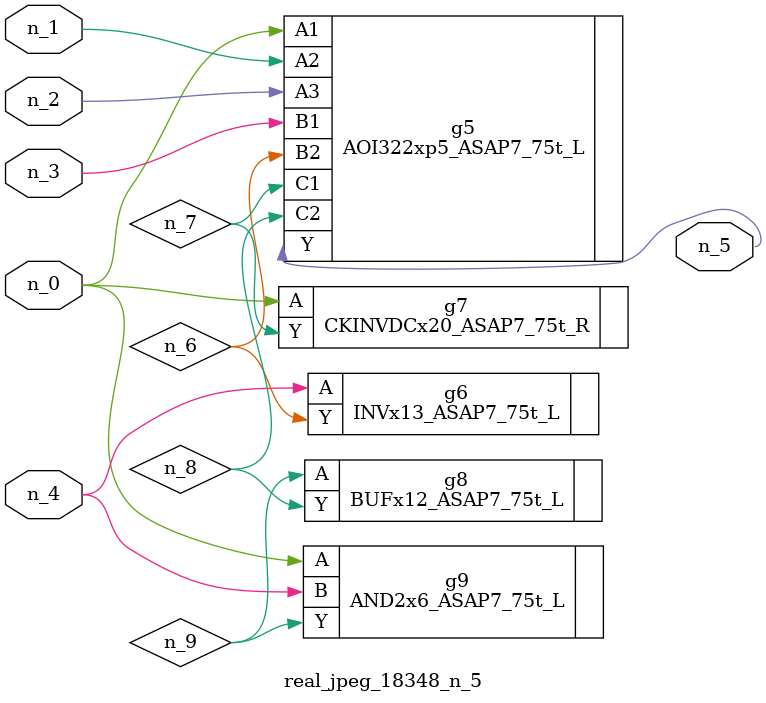
<source format=v>
module real_jpeg_18348_n_5 (n_4, n_0, n_1, n_2, n_3, n_5);

input n_4;
input n_0;
input n_1;
input n_2;
input n_3;

output n_5;

wire n_8;
wire n_6;
wire n_7;
wire n_9;

AOI322xp5_ASAP7_75t_L g5 ( 
.A1(n_0),
.A2(n_1),
.A3(n_2),
.B1(n_3),
.B2(n_6),
.C1(n_7),
.C2(n_8),
.Y(n_5)
);

CKINVDCx20_ASAP7_75t_R g7 ( 
.A(n_0),
.Y(n_7)
);

AND2x6_ASAP7_75t_L g9 ( 
.A(n_0),
.B(n_4),
.Y(n_9)
);

INVx13_ASAP7_75t_L g6 ( 
.A(n_4),
.Y(n_6)
);

BUFx12_ASAP7_75t_L g8 ( 
.A(n_9),
.Y(n_8)
);


endmodule
</source>
